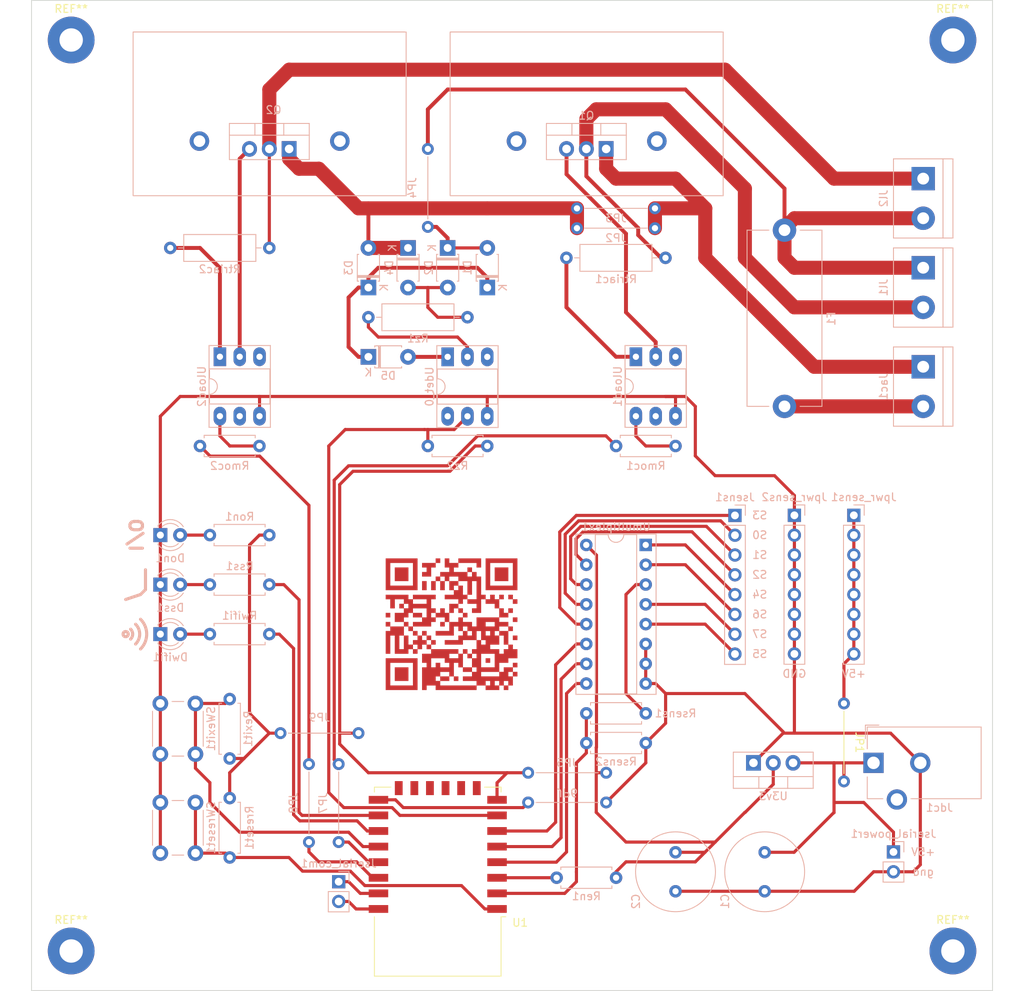
<source format=kicad_pcb>
(kicad_pcb (version 20211014) (generator pcbnew)
  (title_block (title "Controle do Forno") (date "2022-06-27") (rev "0") (company "LITel UFJF") (comment 1 "https://github.com/Guilherme32/controle-forno-LITel") (comment 2 "Mais informações no Github"))
  (layers (0 "F.Cu" signal) (31 "B.Cu" signal) (34 "B.Paste" user) (35 "F.Paste" user) (36 "B.SilkS" user "B.Silkscreen") (37 "F.SilkS" user "F.Silkscreen") (38 "B.Mask" user) (39 "F.Mask" user) (44 "Edge.Cuts" user))
  (net 0 "")
  (net 1 "+5V")
  (net 2 "GND")
  (net 3 "+3V3")
  (net 4 "Net-(D1-Pad1)")
  (net 5 "/AC1")
  (net 6 "Net-(D2-Pad2)")
  (net 7 "/AC2")
  (net 8 "Net-(D5-Pad2)")
  (net 9 "Net-(Dss1-Pad2)")
  (net 10 "Net-(F1-Pad1)")
  (net 12 "Net-(Jl1-Pad2)")
  (net 13 "/Serial_rx")
  (net 14 "/Serial_tx")
  (net 15 "Net-(Q1-Pad3)")
  (net 16 "Net-(Q2-Pad3)")
  (net 17 "/Enable")
  (net 18 "/exit_intr")
  (net 19 "Net-(Rmoc1-Pad1)")
  (net 20 "/drive_load_1")
  (net 21 "Net-(Rmoc2-Pad1)")
  (net 22 "/drive_load_2")
  (net 23 "/reset")
  (net 24 "Net-(Rsens1-Pad1)")
  (net 25 "/multiplex_out")
  (net 26 "/steady_state")
  (net 27 "Net-(Rtriac1-Pad1)")
  (net 28 "Net-(Rtriac2-Pad1)")
  (net 29 "Net-(Dwifi1-Pad2)")
  (net 30 "/det_0_intr")
  (net 31 "/multiplex_A")
  (net 32 "/multiplex_B")
  (net 33 "/multiplex_C")
  (net 40 "/wifi_status")
  (net 47 "Net-(Rz1-Pad1)")
  (net 48 "/S2")
  (net 49 "/S1")
  (net 50 "/S0")
  (net 51 "/S3")
  (net 52 "/S4")
  (net 53 "/S6")
  (net 54 "/S7")
  (net 55 "/S5")
  (net 56 "Net-(Jl2-Pad1)")
  (net 57 "/AC2'")
  (net 58 "Net-(Don1-Pad2)")
  (net 59 "Net-(JP7-Pad1)")
  (net 60 "Net-(JP8-Pad1)")
  (net 61 "/3v3'1")
  (net 62 "/AC1'")
  (net 63 "/5v'")
  (net 64 "/gnd'")
  (net 65 "/3v3'2")
  (footprint "MountingHole:MountingHole_3mm_Pad" (layer "F.Cu") (at 201.93 149.86)
    (fp_text reference "REF**")
    (fp_text value "MountingHole_3mm_Pad")
  )
  (footprint "MountingHole:MountingHole_3mm_Pad" (layer "F.Cu") (at 88.9 149.86)
    (fp_text reference "REF**")
    (fp_text value "MountingHole_3mm_Pad")
  )
  (footprint "MountingHole:MountingHole_3mm_Pad" (layer "F.Cu") (at 201.93 33.02)
    (fp_text reference "REF**")
    (fp_text value "MountingHole_3mm_Pad")
  )
  (footprint "Jumper:jumper_10mm" (layer "F.Cu") (at 187.96 118.11 -90)
    (fp_text reference "JP1")
    (fp_text value "Jumper_2_Bridged")
  )
  (footprint "RF_Module:ESP-12E" (layer "F.Cu") (at 135.89 140.97 180)
    (fp_text reference "U1")
    (fp_text value "ESP-12E")
  )
  (footprint "MountingHole:MountingHole_3mm_Pad" (layer "F.Cu") (at 88.9 33.02)
    (fp_text reference "REF**")
    (fp_text value "MountingHole_3mm_Pad")
  )
  (footprint "Resistor_THT:R_Axial_DIN0207_L6.3mm_D2.5mm_P7.62mm_Horizontal" (layer "B.Cu") (at 109.22 130.25 -90)
    (fp_text reference "Rreset1")
    (fp_text value "10K")
  )
  (footprint "LED_THT:LED_D3.0mm" (layer "B.Cu") (at 100.33 96.52)
    (fp_text reference "Don1")
    (fp_text value "LED")
  )
  (footprint "Button_Switch_THT:SW_PUSH_6mm" (layer "B.Cu") (at 104.83 124.61 90)
    (fp_text reference "SWexit1")
    (fp_text value "SW_Push")
  )
  (footprint "Jumper:jumper_10mm" (layer "B.Cu") (at 147.48 130.81)
    (fp_text reference "JP6")
    (fp_text value "Jumper_2_Bridged")
  )
  (footprint "Diode_THT:D_T-1_P5.08mm_Horizontal" (layer "B.Cu") (at 137.16 59.69 -90)
    (fp_text reference "D2")
    (fp_text value "UF5408")
  )
  (footprint "Jumper:jumper_10mm" (layer "B.Cu") (at 163.735 54.61 180)
    (fp_text reference "JP3")
    (fp_text value "Jumper_2_Bridged")
  )
  (footprint "Connector_PinHeader_2.54mm:PinHeader_1x02_P2.54mm_Vertical" (layer "B.Cu") (at 194.31 137.16 180)
    (fp_text reference "Jserial_power1")
    (fp_text value "Conn_01x02_Male")
  )
  (footprint "Resistor_THT:R_Axial_DIN0207_L6.3mm_D2.5mm_P7.62mm_Horizontal" (layer "B.Cu") (at 142.24 85.09 180)
    (fp_text reference "Rz2")
    (fp_text value "33K")
  )
  (footprint "Connector_PinHeader_2.54mm:PinHeader_1x08_P2.54mm_Vertical" (layer "B.Cu") (at 181.61 93.98 180)
    (fp_text reference "Jpwr_sens2")
    (fp_text value "Conn_01x08_Male")
  )
  (footprint "Package_TO_SOT_THT:TO-220-3_Vertical" (layer "B.Cu") (at 176.36 125.73)
    (fp_text reference "U3v3")
    (fp_text value "LM1117-3.3")
  )
  (footprint "Button_Switch_THT:SW_PUSH_6mm" (layer "B.Cu") (at 104.83 137.31 90)
    (fp_text reference "SWreset1")
    (fp_text value "SW_Push")
  )
  (footprint "Resistor_THT:R_Axial_DIN0309_L9.0mm_D3.2mm_P12.70mm_Horizontal" (layer "B.Cu") (at 101.6 59.69)
    (fp_text reference "Rtriac2")
    (fp_text value "180")
  )
  (footprint "TerminalBlock:TerminalBlock_bornier-2_P5.08mm" (layer "B.Cu") (at 198.12 62.23 -90)
    (fp_text reference "Jl1")
    (fp_text value "Screw_Terminal_01x02")
  )
  (footprint "Jumper:jumper_10mm" (layer "B.Cu") (at 134.62 46.99 -90)
    (fp_text reference "JP4")
    (fp_text value "Jumper_2_Bridged")
  )
  (footprint "TerminalBlock:TerminalBlock_bornier-2_P5.08mm" (layer "B.Cu") (at 198.12 74.93 -90)
    (fp_text reference "Jac1")
    (fp_text value "Screw_Terminal_01x02")
  )
  (footprint "Resistor_THT:R_Axial_DIN0207_L6.3mm_D2.5mm_P7.62mm_Horizontal" (layer "B.Cu") (at 114.3 96.52 180)
    (fp_text reference "Ron1")
    (fp_text value "260")
  )
  (footprint "Resistor_THT:R_Axial_DIN0207_L6.3mm_D2.5mm_P7.62mm_Horizontal" (layer "B.Cu") (at 151.13 140.462)
    (fp_text reference "Ren1")
    (fp_text value "10K")
  )
  (footprint "Jumper:jumper_10mm" (layer "B.Cu") (at 163.735 57.15 180)
    (fp_text reference "JP2")
    (fp_text value "Jumper_2_Bridged")
  )
  (footprint "Package_DIP:DIP-6_W7.62mm_Socket_LongPads" (layer "B.Cu") (at 161.29 73.645 -90)
    (fp_text reference "Uload1")
    (fp_text value "MOC3023M")
  )
  (footprint "Diode_THT:D_T-1_P5.08mm_Horizontal" (layer "B.Cu") (at 132.08 59.69 -90)
    (fp_text reference "D4")
    (fp_text value "UF5408")
  )
  (footprint "Jumper:jumper_10mm" (layer "B.Cu") (at 123.19 125.89 -90)
    (fp_text reference "JP7")
    (fp_text value "Jumper_2_Bridged")
  )
  (footprint "Resistor_THT:R_Axial_DIN0207_L6.3mm_D2.5mm_P7.62mm_Horizontal" (layer "B.Cu") (at 166.37 85.09 180)
    (fp_text reference "Rmoc1")
    (fp_text value "240")
  )
  (footprint "Resistor_THT:R_Axial_DIN0309_L9.0mm_D3.2mm_P12.70mm_Horizontal" (layer "B.Cu") (at 152.385 60.96)
    (fp_text reference "Rtriac1")
    (fp_text value "180")
  )
  (footprint "Resistor_THT:R_Axial_DIN0207_L6.3mm_D2.5mm_P7.62mm_Horizontal" (layer "B.Cu") (at 154.94 123.19)
    (fp_text reference "Rsens2")
    (fp_text value "10K")
  )
  (footprint "LED_THT:LED_D3.0mm" (layer "B.Cu") (at 100.33 109.22)
    (fp_text reference "Dwifi1")
    (fp_text value "LED")
  )
  (footprint "Resistor_THT:R_Axial_DIN0309_L9.0mm_D3.2mm_P12.70mm_Horizontal" (layer "B.Cu") (at 127 68.58)
    (fp_text reference "Rz1")
    (fp_text value "33k")
  )
  (footprint "TerminalBlock:TerminalBlock_bornier-2_P5.08mm" (layer "B.Cu") (at 198.12 50.8 -90)
    (fp_text reference "Jl2")
    (fp_text value "Screw_Terminal_01x02")
  )
  (footprint "Jumper:jumper_10mm" (layer "B.Cu") (at 125.73 121.92 180)
    (fp_text reference "JP9")
    (fp_text value "Jumper_2_Bridged")
  )
  (footprint "Diode_THT:D_T-1_P5.08mm_Horizontal" (layer "B.Cu") (at 127 64.77 90)
    (fp_text reference "D3")
    (fp_text value "UF5408")
  )
  (footprint "Package_DIP:DIP-6_W7.62mm_Socket_LongPads" (layer "B.Cu") (at 107.965 73.645 -90)
    (fp_text reference "Uload2")
    (fp_text value "MOC3023M")
  )
  (footprint "Connector_PinHeader_2.54mm:PinHeader_1x08_P2.54mm_Vertical" (layer "B.Cu") (at 189.23 93.98 180)
    (fp_text reference "Jpwr_sens1")
    (fp_text value "Conn_01x08_Male")
  )
  (footprint "Capacitor_THT:C_Radial_D10.0mm_H16.0mm_P5.00mm" (layer "B.Cu") (at 177.8 137.2 -90)
    (fp_text reference "C1")
    (fp_text value "1m")
  )
  (footprint "Resistor_THT:R_Axial_DIN0207_L6.3mm_D2.5mm_P7.62mm_Horizontal" (layer "B.Cu") (at 114.3 109.22 180)
    (fp_text reference "Rwifi1")
    (fp_text value "260")
  )
  (footprint "Connector_PinHeader_2.54mm:PinHeader_1x02_P2.54mm_Vertical" (layer "B.Cu") (at 123.19 140.97 180)
    (fp_text reference "Jserial_com1")
    (fp_text value "Conn_01x02_Male")
  )
  (footprint "Package_DIP:DIP-16_W7.62mm_Socket" (layer "B.Cu") (at 162.55 97.78 180)
    (fp_text reference "Umultiplex1")
    (fp_text value "CD4051B")
  )
  (footprint "Connector_BarrelJack:BarrelJack_CUI_PJ-102AH_Horizontal" (layer "B.Cu") (at 191.75 125.73 -90)
    (fp_text reference "Jdc1")
    (fp_text value "Barrel_Jack_Switch")
  )
  (footprint "Capacitor_THT:C_Radial_D10.0mm_H16.0mm_P5.00mm" (layer "B.Cu") (at 166.37 137.2 -90)
    (fp_text reference "C2")
    (fp_text value "1m")
  )
  (footprint "Resistor_THT:R_Axial_DIN0207_L6.3mm_D2.5mm_P7.62mm_Horizontal" (layer "B.Cu") (at 114.3 102.87 180)
    (fp_text reference "Rss1")
    (fp_text value "260")
  )
  (footprint "Package_TO_SOT_THT:TO-220-3_Vertical" (layer "B.Cu") (at 157.48 46.99 180)
    (fp_text reference "Q1")
    (fp_text value "BTA16-600B")
  )
  (footprint "Package_DIP:DIP-6_W7.62mm_Socket_LongPads" (layer "B.Cu") (at 137.16 73.66 -90)
    (fp_text reference "Udet_0")
    (fp_text value "4N25")
  )
  (footprint "Resistor_THT:R_Axial_DIN0207_L6.3mm_D2.5mm_P7.62mm_Horizontal" (layer "B.Cu") (at 109.22 125.17 90)
    (fp_text reference "Rexit1")
    (fp_text value "10K")
  )
  (footprint "Connector_PinHeader_2.54mm:PinHeader_1x08_P2.54mm_Vertical" (layer "B.Cu") (at 173.99 93.995 180)
    (fp_text reference "Jsens1")
    (fp_text value "Conn_01x08_Male")
  )
  (footprint "Jumper:jumper_10mm" (layer "B.Cu") (at 157.48 127 180)
    (fp_text reference "JP5")
    (fp_text value "Jumper_2_Bridged")
  )
  (footprint "Package_TO_SOT_THT:TO-220-3_Vertical" (layer "B.Cu") (at 116.84 46.99 180)
    (fp_text reference "Q2")
    (fp_text value "BTA16-600B")
  )
  (footprint "LED_THT:LED_D3.0mm" (layer "B.Cu") (at 100.33 102.87)
    (fp_text reference "Dss1")
    (fp_text value "LED")
  )
  (footprint "Resistor_THT:R_Axial_DIN0207_L6.3mm_D2.5mm_P7.62mm_Horizontal" (layer "B.Cu") (at 113.03 85.09 180)
    (fp_text reference "Rmoc2")
    (fp_text value "240")
  )
  (footprint "Fuse:Fuseholder_Cylinder-5x20mm_Stelvio-Kontek_PTF78_Horizontal_Open" (layer "B.Cu") (at 180.34 80.01 90)
    (fp_text reference "F1")
    (fp_text value "Fuse")
  )
  (footprint "Jumper:jumper_10mm" (layer "B.Cu") (at 119.38 125.89 -90)
    (fp_text reference "JP8")
    (fp_text value "Jumper_2_Bridged")
  )
  (footprint "Diode_THT:D_T-1_P5.08mm_Horizontal" (layer "B.Cu") (at 142.24 64.77 90)
    (fp_text reference "D1")
    (fp_text value "UF5408")
  )
  (footprint "Resistor_THT:R_Axial_DIN0207_L6.3mm_D2.5mm_P7.62mm_Horizontal" (layer "B.Cu") (at 162.56 119.38 180)
    (fp_text reference "Rsens1")
    (fp_text value "10K")
  )
  (footprint "Diode_THT:D_T-1_P5.08mm_Horizontal" (layer "B.Cu") (at 127 73.66)
    (fp_text reference "D5")
    (fp_text value "7.5V")
  )
  (gr_poly (pts (xy 146.102917 114.64396) (xy 145.520834 114.64396) (xy 145.520834 114.061876) (xy 146.102917 114.061876)) (layer "F.Cu") (width 0.01) (fill solid))
  (gr_poly (pts (xy 135.043334 111.151459) (xy 134.46125 111.151459) (xy 134.46125 110.569375) (xy 135.043334 110.569375)) (layer "F.Cu") (width 0.01) (fill solid))
  (gr_poly (pts (xy 139.117917 106.494793) (xy 138.535834 106.494793) (xy 138.535834 105.912709) (xy 139.117917 105.912709)) (layer "F.Cu") (width 0.01) (fill solid))
  (gr_poly (pts (xy 135.625417 103.584376) (xy 135.043334 103.584376) (xy 135.043334 102.420209) (xy 135.625417 102.420209)) (layer "F.Cu") (width 0.01) (fill solid))
  (gr_poly (pts (xy 144.356668 104.748542) (xy 143.774584 104.748542) (xy 143.774584 104.166459) (xy 144.356668 104.166459)) (layer "F.Cu") (width 0.01) (fill solid))
  (gr_poly (pts (xy 139.7 107.076876) (xy 139.117917 107.076876) (xy 139.117917 106.494793) (xy 139.7 106.494793)) (layer "F.Cu") (width 0.01) (fill solid))
  (gr_poly (pts (xy 145.520834 104.748542) (xy 144.938751 104.748542) (xy 144.938751 104.166459) (xy 145.520834 104.166459)) (layer "F.Cu") (width 0.01) (fill solid))
  (gr_poly (pts (xy 132.132917 104.748542) (xy 132.715 104.748542) (xy 132.715 104.166459) (xy 135.625417 104.166459) (xy 135.625417 104.748542) (xy 135.043334 104.748542) (xy 135.043334 105.912709) (xy 135.625417 105.912709) (xy 135.625417 106.494793) (xy 136.207501 106.494793) (xy 136.207501 105.912709) (xy 136.789584 105.912709) (xy 136.789584 106.494793) (xy 137.371667 106.494793) (xy 137.371667 107.658959) (xy 136.789584 107.658959) (xy 136.789584 107.076876) (xy 135.625417 107.076876) (xy 135.625417 107.658959) (xy 135.043334 107.658959) (xy 135.043334 108.241042) (xy 132.715 108.241042) (xy 132.715 107.658959) (xy 133.879167 107.658959) (xy 133.879167 107.076876) (xy 134.46125 107.076876) (xy 135.043334 107.076876) (xy 135.625417 107.076876) (xy 135.625417 106.494793) (xy 135.043334 106.494793) (xy 135.043334 107.076876) (xy 134.46125 107.076876) (xy 134.46125 105.912709) (xy 132.715 105.912709) (xy 132.715 106.494793) (xy 132.132917 106.494793) (xy 132.132917 107.076876) (xy 131.550834 107.076876) (xy 131.550834 107.658959) (xy 130.386667 107.658959) (xy 130.386667 106.494793) (xy 131.550834 106.494793) (xy 131.550834 105.912709) (xy 132.132917 105.912709) (xy 132.132917 105.330626) (xy 132.715 105.330626) (xy 134.46125 105.330626) (xy 134.46125 104.748542) (xy 132.715 104.748542) (xy 132.715 105.330626) (xy 132.132917 105.330626) (xy 131.550834 105.330626) (xy 131.550834 105.912709) (xy 130.96875 105.912709) (xy 130.96875 105.330626) (xy 131.550834 105.330626) (xy 131.550834 104.748542) (xy 130.386667 104.748542) (xy 130.386667 105.912709) (xy 129.804584 105.912709) (xy 129.804584 104.748542) (xy 129.2225 104.748542) (xy 129.2225 104.166459) (xy 132.132917 104.166459)) (layer "F.Cu") (width 0.01) (fill solid))
  (gr_poly (pts (xy 133.879167 107.076876) (xy 132.715 107.076876) (xy 132.715 106.494793) (xy 133.879167 106.494793)) (layer "F.Cu") (width 0.01) (fill solid))
  (gr_poly (pts (xy 132.132917 108.241042) (xy 131.550834 108.241042) (xy 131.550834 107.658959) (xy 132.132917 107.658959)) (layer "F.Cu") (width 0.01) (fill solid))
  (gr_poly (pts (xy 135.043334 109.987292) (xy 134.46125 109.987292) (xy 134.46125 109.405209) (xy 135.043334 109.405209)) (layer "F.Cu") (width 0.01) (fill solid))
  (gr_poly (pts (xy 135.625417 100.673959) (xy 135.043334 100.673959) (xy 135.043334 101.838126) (xy 133.879167 101.838126) (xy 133.879167 101.256042) (xy 134.46125 101.256042) (xy 134.46125 100.673959) (xy 133.879167 100.673959) (xy 133.879167 100.091876) (xy 135.625417 100.091876)) (layer "F.Cu") (width 0.01) (fill solid))
  (gr_poly (pts (xy 138.535834 105.912709) (xy 137.95375 105.912709) (xy 137.95375 106.494793) (xy 137.371667 106.494793) (xy 137.371667 105.330626) (xy 138.535834 105.330626)) (layer "F.Cu") (width 0.01) (fill solid))
  (gr_poly (pts (xy 137.371667 103.584376) (xy 137.371667 102.420209) (xy 138.535834 102.420209) (xy 138.535834 101.838126) (xy 139.7 101.838126) (xy 140.282083 101.838126) (xy 140.282083 101.256042) (xy 139.7 101.256042) (xy 139.7 101.838126) (xy 138.535834 101.838126) (xy 137.371667 101.838126) (xy 137.371667 102.420209) (xy 136.789584 102.420209) (xy 136.789584 103.584376) (xy 136.207501 103.584376) (xy 136.207501 102.420209) (xy 136.789584 102.420209) (xy 136.789584 101.838126) (xy 136.207501 101.838126) (xy 136.207501 102.420209) (xy 135.625417 102.420209) (xy 135.625417 101.838126) (xy 136.207501 101.838126) (xy 136.207501 101.256042) (xy 137.371667 101.256042) (xy 137.371667 100.673959) (xy 136.789584 100.673959) (xy 136.789584 99.509792) (xy 137.371667 99.509792) (xy 137.371667 100.091876) (xy 138.535834 100.091876) (xy 138.535834 100.673959) (xy 137.95375 100.673959) (xy 137.95375 101.256042) (xy 139.7 101.256042) (xy 139.7 100.673959) (xy 140.282083 100.673959) (xy 140.282083 101.256042) (xy 140.864167 101.256042) (xy 140.864167 101.838126) (xy 141.44625 101.838126) (xy 141.44625 104.166459) (xy 142.028334 104.166459) (xy 142.028334 104.748542) (xy 141.44625 104.748542) (xy 141.44625 106.494793) (xy 140.282083 106.494793) (xy 140.282083 105.912709) (xy 140.864167 105.912709) (xy 140.864167 105.330626) (xy 139.7 105.330626) (xy 139.7 104.748542) (xy 140.864167 104.748542) (xy 140.864167 102.420209) (xy 140.282083 102.420209) (xy 140.282083 104.166459) (xy 139.7 104.166459) (xy 139.7 102.420209) (xy 138.535834 102.420209) (xy 138.535834 103.002292) (xy 137.95375 103.002292) (xy 137.95375 103.584376)) (layer "F.Cu") (width 0.01) (fill solid))
  (gr_poly (pts (xy 132.715 108.823126) (xy 132.132917 108.823126) (xy 132.132917 108.241042) (xy 132.715 108.241042)) (layer "F.Cu") (width 0.01) (fill solid))
  (gr_poly (pts (xy 145.520834 106.494793) (xy 144.938751 106.494793) (xy 144.938751 105.912709) (xy 145.520834 105.912709)) (layer "F.Cu") (width 0.01) (fill solid))
  (gr_poly (pts (xy 144.938751 102.420209) (xy 143.1925 102.420209) (xy 143.1925 100.673959) (xy 144.938751 100.673959)) (layer "F.Cu") (width 0.01) (fill solid))
  (gr_poly (pts (xy 133.297084 109.405209) (xy 132.715 109.405209) (xy 132.715 108.823126) (xy 133.297084 108.823126)) (layer "F.Cu") (width 0.01) (fill solid))
  (gr_poly (pts (xy 144.938751 110.569375) (xy 144.356668 110.569375) (xy 144.356668 109.405209) (xy 143.774584 109.405209) (xy 143.774584 108.823126) (xy 144.938751 108.823126)) (layer "F.Cu") (width 0.01) (fill solid))
  (gr_poly (pts (xy 129.804584 107.076876) (xy 129.2225 107.076876) (xy 129.2225 106.494793) (xy 129.804584 106.494793)) (layer "F.Cu") (width 0.01) (fill solid))
  (gr_poly (pts (xy 146.102917 103.584376) (xy 142.028334 103.584376) (xy 142.028334 103.002292) (xy 142.610417 103.002292) (xy 145.520834 103.002292) (xy 145.520834 100.091876) (xy 142.610417 100.091876) (xy 142.610417 103.002292) (xy 142.028334 103.002292) (xy 142.028334 99.509792) (xy 146.102917 99.509792)) (layer "F.Cu") (width 0.01) (fill solid))
  (gr_poly (pts (xy 146.102917 105.330626) (xy 145.520834 105.330626) (xy 145.520834 104.748542) (xy 146.102917 104.748542)) (layer "F.Cu") (width 0.01) (fill solid))
  (gr_poly (pts (xy 146.102917 113.479792) (xy 145.520834 113.479792) (xy 145.520834 112.897709) (xy 146.102917 112.897709)) (layer "F.Cu") (width 0.01) (fill solid))
  (gr_poly (pts (xy 141.44625 100.673959) (xy 140.864167 100.673959) (xy 140.864167 100.091876) (xy 138.535834 100.091876) (xy 138.535834 99.509792) (xy 141.44625 99.509792)) (layer "F.Cu") (width 0.01) (fill solid))
  (gr_poly (pts (xy 143.1925 104.748542) (xy 143.774584 104.748542) (xy 143.774584 105.912709) (xy 143.1925 105.912709) (xy 143.1925 105.330626) (xy 142.028334 105.330626) (xy 142.028334 104.748542) (xy 142.610417 104.748542) (xy 142.610417 104.166459) (xy 143.1925 104.166459)) (layer "F.Cu") (width 0.01) (fill solid))
  (gr_poly (pts (xy 139.117917 107.658959) (xy 140.282083 107.658959) (xy 140.282083 108.241042) (xy 140.864167 108.241042) (xy 142.028334 108.241042) (xy 143.1925 108.241042) (xy 143.1925 107.658959) (xy 142.028334 107.658959) (xy 142.028334 108.241042) (xy 140.864167 108.241042) (xy 140.864167 107.076876) (xy 143.774584 107.076876) (xy 143.774584 107.658959) (xy 144.938751 107.658959) (xy 144.938751 108.241042) (xy 143.774584 108.241042) (xy 143.774584 108.823126) (xy 143.1925 108.823126) (xy 143.1925 109.405209) (xy 143.774584 109.405209) (xy 143.774584 110.569375) (xy 142.610417 110.569375) (xy 142.610417 111.151459) (xy 143.774584 111.151459) (xy 143.774584 111.733542) (xy 144.356668 111.733542) (xy 144.356668 111.151459) (xy 144.938751 111.151459) (xy 144.938751 110.569375) (xy 145.520834 110.569375) (xy 145.520834 111.151459) (xy 146.102917 111.151459) (xy 146.102917 112.315626) (xy 144.938751 112.315626) (xy 144.938751 112.897709) (xy 143.774584 112.897709) (xy 143.774584 114.061876) (xy 144.356668 114.061876) (xy 144.356668 113.479792) (xy 145.520834 113.479792) (xy 145.520834 114.061876) (xy 144.938751 114.061876) (xy 144.938751 114.64396) (xy 145.520834 114.64396) (xy 145.520834 115.808126) (xy 144.938751 115.808126) (xy 144.938751 116.390209) (xy 144.356668 116.390209) (xy 144.356668 115.808126) (xy 144.938751 115.808126) (xy 144.938751 115.226043) (xy 144.356668 115.226043) (xy 144.356668 115.808126) (xy 143.774584 115.808126) (xy 143.774584 116.390209) (xy 142.028334 116.390209) (xy 142.028334 115.808126) (xy 142.610417 115.808126) (xy 143.1925 115.808126) (xy 143.774584 115.808126) (xy 143.774584 115.226043) (xy 143.1925 115.226043) (xy 143.1925 115.808126) (xy 142.610417 115.808126) (xy 142.610417 115.226043) (xy 142.028334 115.226043) (xy 142.028334 115.808126) (xy 140.864167 115.808126) (xy 140.864167 116.390209) (xy 135.625417 116.390209) (xy 135.625417 115.808126) (xy 134.46125 115.808126) (xy 134.46125 116.390209) (xy 133.879167 116.390209) (xy 133.879167 115.226043) (xy 135.625417 115.226043) (xy 136.207501 115.226043) (xy 136.207501 115.808126) (xy 140.864167 115.808126) (xy 140.864167 115.226043) (xy 139.117917 115.226043) (xy 139.117917 114.64396) (xy 140.282083 114.64396) (xy 141.44625 114.64396) (xy 143.774584 114.64396) (xy 143.774584 114.061876) (xy 141.44625 114.061876) (xy 141.44625 114.64396) (xy 140.282083 114.64396) (xy 140.282083 114.061876) (xy 140.864167 114.061876) (xy 140.864167 113.479792) (xy 141.44625 113.479792) (xy 143.1925 113.479792) (xy 143.1925 111.733542) (xy 141.44625 111.733542) (xy 141.44625 113.479792) (xy 140.864167 113.479792) (xy 140.282083 113.479792) (xy 140.282083 114.061876) (xy 139.117917 114.061876) (xy 139.117917 113.479792) (xy 140.282083 113.479792) (xy 140.282083 112.315626) (xy 140.864167 112.315626) (xy 140.864167 111.733542) (xy 140.282083 111.733542) (xy 140.282083 112.315626) (xy 139.7 112.315626) (xy 139.7 111.733542) (xy 139.117917 111.733542) (xy 139.117917 113.479792) (xy 138.535834 113.479792) (xy 138.535834 112.897709) (xy 137.95375 112.897709) (xy 137.95375 114.64396) (xy 137.371667 114.64396) (xy 137.371667 114.061876) (xy 136.207501 114.061876) (xy 136.207501 114.64396) (xy 135.625417 114.64396) (xy 135.625417 115.226043) (xy 133.879167 115.226043) (xy 133.879167 113.479792) (xy 134.46125 113.479792) (xy 135.043334 113.479792) (xy 135.625417 113.479792) (xy 135.625417 112.897709) (xy 136.207501 112.897709) (xy 136.207501 113.479792) (xy 137.371667 113.479792) (xy 137.371667 112.897709) (xy 136.789584 112.897709) (xy 136.789584 112.315626) (xy 137.371667 112.315626) (xy 138.535834 112.315626) (xy 138.535834 111.733542) (xy 137.371667 111.733542) (xy 137.371667 112.315626) (xy 136.789584 112.315626) (xy 135.043334 112.315626) (xy 135.043334 113.479792) (xy 134.46125 113.479792) (xy 134.46125 112.897709) (xy 133.879167 112.897709) (xy 133.879167 111.733542) (xy 135.043334 111.733542) (xy 135.043334 111.151459) (xy 138.535834 111.151459) (xy 138.535834 111.733542) (xy 139.117917 111.733542) (xy 139.117917 111.151459) (xy 139.7 111.151459) (xy 139.7 111.733542) (xy 140.282083 111.733542) (xy 140.282083 111.151459) (xy 140.864167 111.151459) (xy 140.864167 110.569375) (xy 141.44625 110.569375) (xy 142.028334 110.569375) (xy 142.028334 109.987292) (xy 141.44625 109.987292) (xy 141.44625 110.569375) (xy 140.864167 110.569375) (xy 140.864167 109.987292) (xy 141.44625 109.987292) (xy 141.44625 109.405209) (xy 142.028334 109.405209) (xy 142.610417 109.405209) (xy 142.610417 108.823126) (xy 142.028334 108.823126) (xy 142.028334 109.405209) (xy 141.44625 109.405209) (xy 141.44625 108.823126) (xy 140.864167 108.823126) (xy 140.864167 109.987292) (xy 139.117917 109.987292) (xy 139.117917 110.569375) (xy 136.789584 110.569375) (xy 136.789584 109.987292) (xy 138.535834 109.987292) (xy 138.535834 109.405209) (xy 139.117917 109.405209) (xy 139.7 109.405209) (xy 140.282083 109.405209) (xy 140.282083 108.823126) (xy 139.7 108.823126) (xy 139.7 109.405209) (xy 139.117917 109.405209) (xy 139.117917 108.823126) (xy 139.7 108.823126) (xy 139.7 108.241042) (xy 139.117917 108.241042) (xy 139.117917 108.823126) (xy 138.535834 108.823126) (xy 138.535834 108.241042) (xy 137.95375 108.241042) (xy 137.95375 109.405209) (xy 135.625417 109.405209) (xy 135.625417 108.823126) (xy 137.371667 108.823126) (xy 137.371667 107.658959) (xy 138.535834 107.658959) (xy 138.535834 107.076876) (xy 139.117917 107.076876)) (layer "F.Cu") (width 0.01) (fill solid))
  (gr_poly (pts (xy 146.102917 109.987292) (xy 145.520834 109.987292) (xy 145.520834 109.405209) (xy 146.102917 109.405209)) (layer "F.Cu") (width 0.01) (fill solid))
  (gr_poly (pts (xy 146.102917 107.658959) (xy 145.520834 107.658959) (xy 145.520834 107.076876) (xy 146.102917 107.076876)) (layer "F.Cu") (width 0.01) (fill solid))
  (gr_poly (pts (xy 145.520834 108.823126) (xy 144.938751 108.823126) (xy 144.938751 108.241042) (xy 145.520834 108.241042)) (layer "F.Cu") (width 0.01) (fill solid))
  (gr_poly (pts (xy 133.297084 116.390209) (xy 129.2225 116.390209) (xy 129.2225 115.808126) (xy 129.804584 115.808126) (xy 132.715 115.808126) (xy 132.715 112.897709) (xy 129.804584 112.897709) (xy 129.804584 115.808126) (xy 129.2225 115.808126) (xy 129.2225 112.315626) (xy 133.297084 112.315626)) (layer "F.Cu") (width 0.01) (fill solid))
  (gr_poly (pts (xy 138.535834 103.584376) (xy 138.535834 103.002292) (xy 139.117917 103.002292) (xy 139.117917 104.166459) (xy 139.7 104.166459) (xy 139.7 104.748542) (xy 139.117917 104.748542) (xy 139.117917 105.330626) (xy 138.535834 105.330626) (xy 138.535834 104.748542) (xy 136.789584 104.748542) (xy 136.789584 104.166459) (xy 137.95375 104.166459) (xy 137.95375 103.584376)) (layer "F.Cu") (width 0.01) (fill solid))
  (gr_poly (pts (xy 133.297084 103.584376) (xy 129.2225 103.584376) (xy 129.2225 103.002292) (xy 129.804584 103.002292) (xy 132.715 103.002292) (xy 132.715 100.091876) (xy 129.804584 100.091876) (xy 129.804584 103.002292) (xy 129.2225 103.002292) (xy 129.2225 99.509792) (xy 133.297084 99.509792)) (layer "F.Cu") (width 0.01) (fill solid))
  (gr_poly (pts (xy 137.371667 115.226043) (xy 136.207501 115.226043) (xy 136.207501 114.64396) (xy 137.371667 114.64396)) (layer "F.Cu") (width 0.01) (fill solid))
  (gr_poly (pts (xy 136.789584 108.241042) (xy 136.207501 108.241042) (xy 136.207501 107.658959) (xy 136.789584 107.658959)) (layer "F.Cu") (width 0.01) (fill solid))
  (gr_poly (pts (xy 144.356668 106.494793) (xy 144.938751 106.494793) (xy 144.938751 107.076876) (xy 143.774584 107.076876) (xy 143.774584 105.912709) (xy 144.356668 105.912709)) (layer "F.Cu") (width 0.01) (fill solid))
  (gr_poly (pts (xy 132.132917 115.226043) (xy 130.386667 115.226043) (xy 130.386667 113.479792) (xy 132.132917 113.479792)) (layer "F.Cu") (width 0.01) (fill solid))
  (gr_poly (pts (xy 134.46125 109.405209) (xy 133.879167 109.405209) (xy 133.879167 108.823126) (xy 134.46125 108.823126)) (layer "F.Cu") (width 0.01) (fill solid))
  (gr_poly (pts (xy 135.625417 110.569375) (xy 135.043334 110.569375) (xy 135.043334 109.987292) (xy 135.625417 109.987292)) (layer "F.Cu") (width 0.01) (fill solid))
  (gr_poly (pts (xy 132.132917 102.420209) (xy 130.386667 102.420209) (xy 130.386667 100.673959) (xy 132.132917 100.673959)) (layer "F.Cu") (width 0.01) (fill solid))
  (gr_poly (pts (xy 138.535834 115.226043) (xy 137.95375 115.226043) (xy 137.95375 114.64396) (xy 138.535834 114.64396)) (layer "F.Cu") (width 0.01) (fill solid))
  (gr_poly (pts (xy 129.804584 108.241042) (xy 129.2225 108.241042) (xy 129.2225 107.658959) (xy 129.804584 107.658959)) (layer "F.Cu") (width 0.01) (fill solid))
  (gr_poly (pts (xy 136.207501 100.091876) (xy 135.625417 100.091876) (xy 135.625417 99.509792) (xy 136.207501 99.509792)) (layer "F.Cu") (width 0.01) (fill solid))
  (gr_poly (pts (xy 142.610417 112.897709) (xy 142.028334 112.897709) (xy 142.028334 112.315626) (xy 142.610417 112.315626)) (layer "F.Cu") (width 0.01) (fill solid))
  (gr_poly (pts (xy 134.46125 103.584376) (xy 133.879167 103.584376) (xy 133.879167 102.420209) (xy 134.46125 102.420209)) (layer "F.Cu") (width 0.01) (fill solid))
  (gr_poly (pts (xy 132.132917 109.405209) (xy 132.132917 110.569375) (xy 132.715 110.569375) (xy 132.715 109.987292) (xy 133.297084 109.987292) (xy 133.297084 109.405209) (xy 133.879167 109.405209) (xy 133.879167 109.987292) (xy 134.46125 109.987292) (xy 134.46125 110.569375) (xy 133.879167 110.569375) (xy 133.879167 111.151459) (xy 133.297084 111.151459) (xy 133.297084 111.733542) (xy 132.715 111.733542) (xy 132.715 111.151459) (xy 133.297084 111.151459) (xy 133.297084 110.569375) (xy 132.715 110.569375) (xy 132.715 111.151459) (xy 132.132917 111.151459) (xy 132.132917 111.733542) (xy 130.386667 111.733542) (xy 130.386667 111.151459) (xy 130.96875 111.151459) (xy 131.550834 111.151459) (xy 131.550834 109.405209) (xy 130.96875 109.405209) (xy 130.96875 111.151459) (xy 130.386667 111.151459) (xy 130.386667 109.405209) (xy 129.804584 109.405209) (xy 129.804584 111.733542) (xy 129.2225 111.733542) (xy 129.2225 108.823126) (xy 129.804584 108.823126) (xy 129.804584 108.241042) (xy 131.550834 108.241042) (xy 131.550834 109.405209)) (layer "F.Cu") (width 0.01) (fill solid))
  (gr_arc (start 97.789999 107.315001) (mid 98.579075 109.22) (end 97.789999 111.124999) (layer "B.SilkS") (width 0.4))
  (gr_circle (center 95.885 109.22) (end 96.014515 109.22) (layer "B.SilkS") (width 0.4) (fill none))
  (gr_arc (start 96.52 108.585) (mid 96.783026 109.22) (end 96.52 109.855) (layer "B.SilkS") (width 0.4))
  (gr_line (start 98.425 103.505) (end 97.79 104.14) (layer "B.SilkS") (width 0.4))
  (gr_line (start 98.425 100.965) (end 98.425 103.505) (layer "B.SilkS") (width 0.4))
  (gr_line (start 97.79 104.14) (end 95.885 104.775) (layer "B.SilkS") (width 0.4))
  (gr_arc (start 97.155 107.95) (mid 97.681051 109.22) (end 97.155 110.49) (layer "B.SilkS") (width 0.4))
  (gr_rect (start 207.01 154.94) (end 83.82 27.94) (layer "Edge.Cuts") (width 0.1) (fill none))
  (gr_text "I/O" (at 97.155 96.52 270) (layer "B.SilkS") (effects (font (size 1.6 1.6) (thickness 0.4)) (justify mirror)))
  (gr_text "S3" (at 177.165 93.98) (layer "B.SilkS") (effects (font (size 1 1)) (justify mirror)))
  (gr_text "S2" (at 177.165 101.6) (layer "B.SilkS") (effects (font (size 1 1)) (justify mirror)))
  (gr_text "+5V" (at 198.12 137.16) (layer "B.SilkS") (effects (font (size 1 1)) (justify mirror)))
  (gr_text "+5V" (at 189.23 114.3) (layer "B.SilkS") (effects (font (size 1 1)) (justify mirror)))
  (gr_text "GND" (at 181.61 114.3) (layer "B.SilkS") (effects (font (size 1 1)) (justify mirror)))
  (gr_text "S7" (at 177.165 109.22) (layer "B.SilkS") (effects (font (size 1 1)) (justify mirror)))
  (gr_text "S0\n" (at 177.165 96.52) (layer "B.SilkS") (effects (font (size 1 1)) (justify mirror)))
  (gr_text "gnd" (at 198.12 139.7) (layer "B.SilkS") (effects (font (size 1 1)) (justify mirror)))
  (gr_text "S1" (at 177.165 99.06) (layer "B.SilkS") (effects (font (size 1 1)) (justify mirror)))
  (gr_text "S4" (at 177.165 104.14) (layer "B.SilkS") (effects (font (size 1 1)) (justify mirror)))
  (gr_text "S5" (at 177.165 111.76) (layer "B.SilkS") (effects (font (size 1 1)) (justify mirror)))
  (gr_text "S6" (at 177.165 106.68) (layer "B.SilkS") (effects (font (size 1 1)) (justify mirror)))
  (segment (start 194.31 134.62) (end 190.5 130.81) (width 0.4) (layer "F.Cu") (net 1))
  (segment (start 187.96 128.11) (end 187.96 125.73) (width 0.4) (layer "F.Cu") (net 1))
  (segment (start 181.57 137.2) (end 177.8 137.2) (width 0.4) (layer "F.Cu") (net 1))
  (segment (start 194.31 137.16) (end 194.31 134.62) (width 0.4) (layer "F.Cu") (net 1))
  (segment (start 186.69 130.81) (end 186.69 125.73) (width 0.4) (layer "F.Cu") (net 1))
  (segment (start 186.69 125.73) (end 181.44 125.73) (width 0.4) (layer "F.Cu") (net 1))
  (segment (start 186.69 132.12) (end 186.65 132.12) (width 0.4) (layer "F.Cu") (net 1))
  (segment (start 187.96 125.73) (end 186.69 125.73) (width 0.4) (layer "F.Cu") (net 1))
  (segment (start 186.65 132.12) (end 181.57 137.2) (width 0.4) (layer "F.Cu") (net 1))
  (segment (start 190.5 130.81) (end 186.69 130.81) (width 0.4) (layer "F.Cu") (net 1))
  (segment (start 191.75 125.73) (end 187.96 125.73) (width 0.4) (layer "F.Cu") (net 1))
  (segment (start 186.69 130.81) (end 186.69 132.12) (width 0.4) (layer "F.Cu") (net 1))
  (segment (start 193.94 121.92) (end 180.17 121.92) (width 0.4) (layer "F.Cu") (net 2))
  (segment (start 165.1 116.84) (end 163.82 115.56) (width 0.4) (layer "F.Cu") (net 2))
  (segment (start 162.56 123.19) (end 162.56 125.73) (width 0.4) (layer "F.Cu") (net 2))
  (segment (start 100.33 96.52) (end 100.33 102.87) (width 0.4) (layer "F.Cu") (net 2))
  (segment (start 181.61 93.98) (end 181.61 91.44) (width 0.4) (layer "F.Cu") (net 2))
  (segment (start 113.045 78.755) (end 113.03 78.74) (width 0.4) (layer "F.Cu") (net 2))
  (segment (start 181.61 104.14) (end 181.61 101.6) (width 0.4) (layer "F.Cu") (net 2))
  (segment (start 179.07 88.9) (end 171.45 88.9) (width 0.4) (layer "F.Cu") (net 2))
  (segment (start 181.61 101.6) (end 181.61 99.06) (width 0.4) (layer "F.Cu") (net 2))
  (segment (start 163.82 115.56) (end 162.55 115.56) (width 0.4) (layer "F.Cu") (net 2))
  (segment (start 177.8 142.2) (end 166.37 142.2) (width 0.4) (layer "F.Cu") (net 2))
  (segment (start 100.33 137.31) (end 100.33 130.81) (width 0.4) (layer "F.Cu") (net 2))
  (segment (start 181.61 106.68) (end 181.61 104.14) (width 0.4) (layer "F.Cu") (net 2))
  (segment (start 181.61 111.76) (end 181.61 121.92) (width 0.4) (layer "F.Cu") (net 2))
  (segment (start 171.45 88.9) (end 168.91 86.36) (width 0.4) (layer "F.Cu") (net 2))
  (segment (start 100.33 130.81) (end 100.33 124.61) (width 0.4) (layer "F.Cu") (net 2))
  (segment (start 165.1 120.65) (end 165.1 116.84) (width 0.4) (layer "F.Cu") (net 2))
  (segment (start 162.55 115.56) (end 162.55 113.02) (width 0.4) (layer "F.Cu") (net 2))
  (segment (start 165.1 78.74) (end 166.37 78.74) (width 0.4) (layer "F.Cu") (net 2))
  (segment (start 162.56 125.73) (end 157.48 130.81) (width 0.4) (layer "F.Cu") (net 2))
  (segment (start 175.26 116.84) (end 165.1 116.84) (width 0.4) (layer "F.Cu") (net 2))
  (segment (start 168.91 86.36) (end 168.91 80.01) (width 0.4) (layer "F.Cu") (net 2))
  (segment (start 100.33 81.28) (end 100.33 96.52) (width 0.4) (layer "F.Cu") (net 2))
  (segment (start 162.55 113.02) (end 162.55 110.48) (width 0.4) (layer "F.Cu") (net 2))
  (segment (start 100.33 118.11) (end 100.33 109.22) (width 0.4) (layer "F.Cu") (net 2))
  (segment (start 162.56 123.19) (end 165.1 120.65) (width 0.4) (layer "F.Cu") (net 2))
  (segment (start 166.37 78.74) (end 166.37 81.265) (width 0.4) (layer "F.Cu") (net 2))
  (segment (start 197.75 125.73) (end 197.75 138.8) (width 0.4) (layer "F.Cu") (net 2))
  (segment (start 189.27 142.2) (end 191.77 139.7) (width 0.4) (layer "F.Cu") (net 2))
  (segment (start 100.33 124.61) (end 100.33 118.11) (width 0.4) (layer "F.Cu") (net 2))
  (segment (start 181.61 109.22) (end 181.61 106.68) (width 0.4) (layer "F.Cu") (net 2))
  (segment (start 181.61 91.44) (end 179.07 88.9) (width 0.4) (layer "F.Cu") (net 2))
  (segment (start 191.77 139.7) (end 194.31 139.7) (width 0.4) (layer "F.Cu") (net 2))
  (segment (start 189.27 142.2) (end 177.8 142.2) (width 0.4) (layer "F.Cu") (net 2))
  (segment (start 100.33 81.28) (end 102.87 78.74) (width 0.4) (layer "F.Cu") (net 2))
  (segment (start 168.91 80.01) (end 167.64 78.74) (width 0.4) (layer "F.Cu") (net 2))
  (segment (start 197.75 125.73) (end 193.94 121.92) (width 0.4) (layer "F.Cu") (net 2))
  (segment (start 196.85 139.7) (end 194.31 139.7) (width 0.4) (layer "F.Cu") (net 2))
  (segment (start 167.64 78.74) (end 165.1 78.74) (width 0.4) (layer "F.Cu") (net 2))
  (segment (start 181.61 99.06) (end 181.61 96.52) (width 0.4) (layer "F.Cu") (net 2))
  (segment (start 180.17 121.92) (end 180.17 121.75) (width 0.4) (layer "F.Cu") (net 2))
  (segment (start 113.045 81.265) (end 113.045 78.755) (width 0.4) (layer "F.Cu") (net 2))
  (segment (start 181.61 96.52) (end 181.61 93.98) (width 0.4) (layer "F.Cu") (net 2))
  (segment (start 102.87 78.74) (end 165.1 78.74) (width 0.4) (layer "F.Cu") (net 2))
  (segment (start 142.24 81.28) (end 142.24 78.74) (width 0.4) (layer "F.Cu") (net 2))
  (segment (start 197.75 138.8) (end 196.85 139.7) (width 0.4) (layer "F.Cu") (net 2))
  (segment (start 180.17 121.75) (end 175.26 116.84) (width 0.4) (layer "F.Cu") (net 2))
  (segment (start 180.17 121.92) (end 176.36 125.73) (width 0.4) (layer "F.Cu") (net 2))
  (segment (start 181.61 111.76) (end 181.61 109.22) (width 0.4) (layer "F.Cu") (net 2))
  (segment (start 100.33 102.87) (end 100.33 109.22) (width 0.4) (layer "F.Cu") (net 2))
  (segment (start 178.9 125.73) (end 178.9 128.48) (width 0.4) (layer "F.Cu") (net 3))
  (segment (start 157.48 133.35) (end 160.02 135.89) (width 0.4) (layer "F.Cu") (net 3))
  (segment (start 156.21 123.757787) (end 156.21 132.08) (width 0.4) (layer "F.Cu") (net 3))
  (segment (start 175.3 132.08) (end 175.26 132.08) (width 0.4) (layer "F.Cu") (net 3))
  (segment (start 154.93 97.78) (end 156.239511 99.089511) (width 0.4) (layer "F.Cu") (net 3))
  (segment (start 160.02 135.89) (end 171.45 135.89) (width 0.4) (layer "F.Cu") (net 3))
  (segment (start 157.48 127) (end 156.21 127) (width 0.4) (layer "F.Cu") (net 3))
  (segment (start 160.02 138.43) (end 158.75 139.7) (width 0.4) (layer "F.Cu") (net 3))
  (segment (start 170.14 137.2) (end 166.37 137.2) (width 0.4) (layer "F.Cu") (net 3))
  (segment (start 158.75 139.7) (end 158.75 140.462) (width 0.4) (layer "F.Cu") (net 3))
  (segment (start 168.91 138.43) (end 160.02 138.43) (width 0.4) (layer "F.Cu") (net 3))
  (segment (start 156.239511 123.728276) (end 156.21 123.757787) (width 0.4) (layer "F.Cu") (net 3))
  (segment (start 156.239511 99.089511) (end 156.239511 123.728276) (width 0.4) (layer "F.Cu") (net 3))
  (segment (start 175.26 132.08) (end 171.45 135.89) (width 0.4) (layer "F.Cu") (net 3))
  (segment (start 171.45 135.89) (end 170.14 137.2) (width 0.4) (layer "F.Cu") (net 3))
  (segment (start 178.9 128.48) (end 175.3 132.08) (width 0.4) (layer "F.Cu") (net 3))
  (segment (start 170.14 137.2) (end 168.91 138.43) (width 0.4) (layer "F.Cu") (net 3))
  (segment (start 156.21 132.08) (end 157.48 133.35) (width 0.4) (layer "F.Cu") (net 3))
  (segment (start 128.27 62.23) (end 140.97 62.23) (width 0.5) (layer "F.Cu") (net 4))
  (segment (start 142.24 63.5) (end 142.24 64.77) (width 0.5) (layer "F.Cu") (net 4))
  (segment (start 125.73 64.77) (end 124.46 66.04) (width 0.5) (layer "F.Cu") (net 4))
  (segment (start 124.46 66.04) (end 124.46 72.39) (width 0.5) (layer "F.Cu") (net 4))
  (segment (start 140.97 62.23) (end 142.24 63.5) (width 0.5) (layer "F.Cu") (net 4))
  (segment (start 127 63.5) (end 128.27 62.23) (width 0.5) (layer "F.Cu") (net 4))
  (segment (start 125.73 73.66) (end 127 73.66) (width 0.5) (layer "F.Cu") (net 4))
  (segment (start 127 64.77) (end 125.73 64.77) (width 0.5) (layer "F.Cu") (net 4))
  (segment (start 124.46 72.39) (end 125.73 73.66) (width 0.5) (layer "F.Cu") (net 4))
  (segment (start 127 64.77) (end 127 63.5) (width 0.5) (layer "F.Cu") (net 4))
  (segment (start 180.34 57.15) (end 181.61 55.88) (width 1.8) (layer "F.Cu") (net 5))
  (segment (start 180.34 57.41) (end 180.34 52.07) (width 0.5) (layer "F.Cu") (net 5))
  (segment (start 198.12 62.23) (end 181.61 62.23) (width 1.8) (layer "F.Cu") (net 5))
  (segment (start 180.34 60.96) (end 180.34 57.41) (width 1.8) (layer "F.Cu") (net 5))
  (segment (start 167.64 39.37) (end 137.16 39.37) (width 0.5) (layer "F.Cu") (net 5))
  (segment (start 137.16 39.37) (end 134.62 41.91) (width 0.5) (layer "F.Cu") (net 5))
  (segment (start 181.61 55.88) (end 198.12 55.88) (width 1.8) (layer "F.Cu") (net 5))
  (segment (start 180.34 57.41) (end 180.34 57.15) (width 1.8) (layer "F.Cu") (net 5))
  (segment (start 181.61 62.23) (end 180.34 60.96) (width 1.8) (layer "F.Cu") (net 5))
  (segment (start 180.34 52.07) (end 167.64 39.37) (width 0.5) (layer "F.Cu") (net 5))
  (segment (start 134.62 41.91) (end 134.62 46.99) (width 0.5) (layer "F.Cu") (net 5))
  (segment (start 135.89 68.58) (end 139.7 68.58) (width 0.4) (layer "F.Cu") (net 6))
  (segment (start 134.62 64.77) (end 132.08 64.77) (width 0.4) (layer "F.Cu") (net 6))
  (segment (start 134.62 67.31) (end 135.89 68.58) (width 0.4) (layer "F.Cu") (net 6))
  (segment (start 134.62 64.77) (end 134.62 67.31) (width 0.4) (layer "F.Cu") (net 6))
  (segment (start 137.16 64.77) (end 134.62 64.77) (width 0.4) (layer "F.Cu") (net 6))
  (segment (start 198.12 74.93) (end 184.15 74.93) (width 1.8) (layer "F.Cu") (net 7))
  (segment (start 166.37 50.8) (end 158.75 50.8) (width 1.8) (layer "F.Cu") (net 7))
  (segment (start 158.75 50.8) (end 157.48 49.53) (width 1.8) (layer "F.Cu") (net 7))
  (segment (start 184.15 74.93) (end 170.18 60.96) (width 1.8) (layer "F.Cu") (net 7))
  (segment (start 170.18 60.96) (end 170.18 54.61) (width 1.8) (layer "F.Cu") (net 7))
  (segment (start 157.48 49.53) (end 157.48 46.99) (width 1.8) (layer "F.Cu") (net 7))
  (segment (start 163.735 54.61) (end 170.18 54.61) (width 1.8) (layer "F.Cu") (net 7))
  (segment (start 170.18 54.61) (end 166.37 50.8) (width 1.8) (layer "F.Cu") (net 7))
  (segment (start 163.735 57.15) (end 163.735 54.61) (width 1.8) (layer "F.Cu") (net 7))
  (segment (start 132.08 73.66) (end 137.16 73.66) (width 0.5) (layer "F.Cu") (net 8))
  (segment (start 102.87 102.87) (end 106.68 102.87) (width 0.4) (layer "F.Cu") (net 9))
  (segment (start 198.12 80.01) (end 180.34 80.01) (width 1.8) (layer "F.Cu") (net 10))
  (segment (start 161.58548 57.13548) (end 154.94 50.49) (width 0.5) (layer "F.Cu") (net 12))
  (segment (start 181.61 67.31) (end 175.26 60.96) (width 1.8) (layer "F.Cu") (net 12))
  (segment (start 154.94 43.18) (end 154.94 46.99) (width 1.8) (layer "F.Cu") (net 12))
  (segment (start 165.1 41.91) (end 156.21 41.91) (width 1.8) (layer "F.Cu") (net 12))
  (segment (start 156.21 41.91) (end 154.94 43.18) (width 1.8) (layer "F.Cu") (net 12))
  (segment (start 165.085 60.96) (end 164.50512 60.96) (width 0.5) (layer "F.Cu") (net 12))
  (segment (start 198.12 67.31) (end 181.61 67.31) (width 1.8) (layer "F.Cu") (net 12))
  (segment (start 164.50512 60.96) (end 161.58548 58.04036) (width 0.5) (layer "F.Cu") (net 12))
  (segment (start 161.58548 58.04036) (end 161.58548 57.13548) (width 0.5) (layer "F.Cu") (net 12))
  (segment (start 175.26 60.96) (end 175.26 52.07) (width 1.8) (layer "F.Cu") (net 12))
  (segment (start 175.26 52.07) (end 165.1 41.91) (width 1.8) (layer "F.Cu") (net 12))
  (segment (start 154.94 50.49) (end 154.94 46.99) (width 0.5) (layer "F.Cu") (net 12))
  (segment (start 123.19 140.97) (end 124.46 140.97) (width 0.4) (layer "F.Cu") (net 13))
  (segment (start 125.96 142.47) (end 128.29 142.47) (width 0.4) (layer "F.Cu") (net 13))
  (segment (start 124.46 140.97) (end 125.96 142.47) (width 0.4) (layer "F.Cu") (net 13))
  (segment (start 123.19 143.51) (end 124.46 143.51) (width 0.4) (layer "F.Cu") (net 14))
  (segment (start 125.42 144.47) (end 128.29 144.47) (width 0.4) (layer "F.Cu") (net 14))
  (segment (start 124.46 143.51) (end 125.42 144.47) (width 0.4) (layer "F.Cu") (net 14))
  (segment (start 160.02 57.85512) (end 160.02 67.945) (width 0.5) (layer "F.Cu") (net 15))
  (segment (start 152.4 46.99) (end 152.4 50.23512) (width 0.5) (layer "F.Cu") (net 15))
  (segment (start 152.4 50.23512) (end 160.02 57.85512) (width 0.5) (layer "F.Cu") (net 15))
  (segment (start 160.02 67.945) (end 163.83 71.755) (width 0.5) (layer "F.Cu") (net 15))
  (segment (start 163.83 71.755) (end 163.83 73.645) (width 0.5) (layer "F.Cu") (net 15))
  (segment (start 111.76 46.99) (end 110.505 48.245) (width 0.5) (layer "F.Cu") (net 16))
  (segment (start 110.505 48.245) (end 110.505 73.645) (width 0.5) (layer "F.Cu") (net 16))
  (segment (start 143.498 140.462) (end 143.49 140.47) (width 0.4) (layer "F.Cu") (net 17))
  (segment (start 151.13 140.462) (end 143.498 140.462) (width 0.4) (layer "F.Cu") (net 17))
  (segment (start 126.31 136.47) (end 128.29 136.47) (width 0.4) (layer "F.Cu") (net 18))
  (segment (start 108.66 118.11) (end 109.22 117.55) (width 0.4) (layer "F.Cu") (net 18))
  (segment (start 104.83 124.61) (end 104.83 118.11) (width 0.4) (layer "F.Cu") (net 18))
  (segment (start 110.498489 134.628489) (end 124.468489 134.628489) (width 0.4) (layer "F.Cu") (net 18))
  (segment (start 106.68 128.27) (end 106.68 130.81) (width 0.4) (layer "F.Cu") (net 18))
  (segment (start 104.83 126.42) (end 106.68 128.27) (width 0.4) (layer "F.Cu") (net 18))
  (segment (start 106.68 130.81) (end 110.498489 134.628489) (width 0.4) (layer "F.Cu") (net 18))
  (segment (start 104.83 118.11) (end 108.66 118.11) (width 0.4) (layer "F.Cu") (net 18))
  (segment (start 124.468489 134.628489) (end 126.31 136.47) (width 0.4) (layer "F.Cu") (net 18))
  (segment (start 104.83 124.61) (end 104.83 126.42) (width 0.4) (layer "F.Cu") (net 18))
  (segment (start 161.29 81.265) (end 161.29 83.82) (width 0.4) (layer "F.Cu") (net 19))
  (segment (start 162.56 85.09) (end 166.37 85.09) (width 0.4) (layer "F.Cu") (net 19))
  (segment (start 161.29 83.82) (end 162.56 85.09) (width 0.4) (layer "F.Cu") (net 19))
  (segment (start 124.46 135.89) (end 123.19 135.89) (width 0.4) (layer "F.Cu") (net 20))
  (segment (start 128.29 138.47) (end 127.04 138.47) (width 0.4) (layer "F.Cu") (net 20))
  (segment (start 127.04 138.47) (end 124.46 135.89) (width 0.4) (layer "F.Cu") (net 20))
  (segment (start 107.965 83.805) (end 107.965 81.265) (width 0.4) (layer "F.Cu") (net 21))
  (segment (start 109.22 85.09) (end 113.03 85.09) (width 0.4) (layer "F.Cu") (net 21))
  (segment (start 109.22 85.06) (end 109.22 85.09) (width 0.4) (layer "F.Cu") (net 21))
  (segment (start 107.965 83.805) (end 109.22 85.06) (width 0.4) (layer "F.Cu") (net 21))
  (segment (start 120.65 138.43) (end 119.38 137.16) (width 0.4) (layer "F.Cu") (net 22))
  (segment (start 127.54 140.47) (end 125.5 138.43) (width 0.4) (layer "F.Cu") (net 22))
  (segment (start 119.38 137.16) (end 119.38 135.89) (width 0.4) (layer "F.Cu") (net 22))
  (segment (start 128.29 140.47) (end 127.54 140.47) (width 0.4) (layer "F.Cu") (net 22))
  (segment (start 125.5 138.43) (end 120.65 138.43) (width 0.4) (layer "F.Cu") (net 22))
  (segment (start 104.83 137.31) (end 108.66 137.31) (width 0.4) (layer "F.Cu") (net 23))
  (segment (start 104.83 130.81) (end 104.83 137.31) (width 0.4) (layer "F.Cu") (net 23))
  (segment (start 124.691467 139.620489) (end 126.541467 141.470489) (width 0.4) (layer "F.Cu") (net 23))
  (segment (start 141.93 144.47) (end 143.49 144.47) (width 0.4) (layer "F.Cu") (net 23))
  (segment (start 118.560489 139.620489) (end 116.81 137.87) (width 0.4) (layer "F.Cu") (net 23))
  (segment (start 124.691467 139.620489) (end 118.560489 139.620489) (width 0.4) (layer "F.Cu") (net 23))
  (segment (start 126.541467 141.470489) (end 138.930489 141.470489) (width 0.4) (layer "F.Cu") (net 23))
  (segment (start 109.22 137.87) (end 116.81 137.87) (width 0.4) (layer "F.Cu") (net 23))
  (segment (start 138.930489 141.470489) (end 141.93 144.47) (width 0.4) (layer "F.Cu") (net 23))
  (segment (start 108.66 137.31) (end 109.22 137.87) (width 0.4) (layer "F.Cu") (net 23))
  (segment (start 160.02 116.84) (end 160.02 104.14) (width 0.4) (layer "F.Cu") (net 24))
  (segment (start 162.56 102.87) (end 161.29 102.87) (width 0.4) (layer "F.Cu") (net 24))
  (segment (start 162.56 119.38) (end 160.02 116.84) (width 0.4) (layer "F.Cu") (net 24))
  (segment (start 160.02 104.14) (end 161.29 102.87) (width 0.4) (layer "F.Cu") (net 24))
  (segment (start 162.55 102.86) (end 162.56 102.87) (width 0.4) (layer "F.Cu") (net 24))
  (segment (start 154.94 123.19) (end 154.94 124.46) (width 0.4) (layer "F.Cu") (net 25))
  (segment (start 153.67 125.73) (end 153.67 139.759787) (width 0.4) (layer "F.Cu") (net 25))
  (segment (start 143.49 142.47) (end 152.17 142.47) (width 0.4) (layer "F.Cu") (net 25))
  (segment (start 153.67 140.97) (end 153.67 139.7) (width 0.4) (layer "F.Cu") (net 25))
  (segment (start 152.17 142.47) (end 153.67 140.97) (width 0.4) (layer "F.Cu") (net 25))
  (segment (start 154.94 123.19) (end 154.94 119.38) (width 0.4) (layer "F.Cu") (net 25))
  (segment (start 154.94 124.46) (end 153.67 125.73) (width 0.4) (layer "F.Cu") (net 25))
  (segment (start 118.11 132.08) (end 118.11 104.82) (width 0.4) (layer "F.Cu") (net 26))
  (segment (start 118.11 104.82) (end 116.16 102.87) (width 0.4) (layer "F.Cu") (net 26))
  (segment (start 116.16 102.87) (end 114.3 102.87) (width 0.4) (layer "F.Cu") (net 26))
  (segment (start 128.29 132.47) (end 118.5 132.47) (width 0.4) (layer "F.Cu") (net 26))
  (segment (start 118.5 132.47) (end 118.11 132.08) (width 0.4) (layer "F.Cu") (net 26))
  (segment (start 152.385 67.295) (end 152.385 60.96) (width 0.5) (layer "F.Cu") (net 27))
  (segment (start 158.735 73.645) (end 152.385 67.295) (width 0.5) (layer "F.Cu") (net 27))
  (segment (start 161.29 73.645) (end 158.735 73.645) (width 0.5) (layer "F.Cu") (net 27))
  (segment (start 107.965 62.245) (end 107.965 73.645) (width 0.5) (layer "F.Cu") (net 28))
  (segment (start 101.6 59.69) (end 105.41 59.69) (width 0.5) (layer "F.Cu") (net 28))
  (segment (start 105.41 59.69) (end 107.965 62.245) (width 0.5) (layer "F.Cu") (net 28))
  (segment (start 106.68 109.22) (end 102.87 109.22) (width 0.4) (layer "F.Cu") (net 29))
  (segment (start 123.849511 131.469511) (end 121.92 129.54) (width 0.4) (layer "F.Cu") (net 30))
  (segment (start 134.19048 82.97952) (end 138.00048 82.97952) (width 0.4) (layer "F.Cu") (net 30))
  (segment (start 138.00048 82.97952) (end 139.7 81.28) (width 0.4) (layer "F.Cu") (net 30))
  (segment (start 124.03048 82.97952) (end 134.19048 82.97952) (width 0.4) (layer "F.Cu") (net 30))
  (segment (start 134.62 85.09) (end 134.62 82.97952) (width 0.4) (layer "F.Cu") (net 30))
  (segment (start 121.92 85.09) (end 124.03048 82.97952) (width 0.4) (layer "F.Cu") (net 30))
  (segment (start 143.49 132.47) (end 131.039022 132.47) (width 0.4) (layer "F.Cu") (net 30))
  (segment (start 121.92 129.54) (end 121.92 85.09) (width 0.4) (layer "F.Cu") (net 30))
  (segment (start 131.039022 132.47) (end 130.038533 131.469511) (width 0.4) (layer "F.Cu") (net 30))
  (segment (start 130.038533 131.469511) (end 123.849511 131.469511) (width 0.4) (layer "F.Cu") (net 30))
  (segment (start 149.88096 134.47) (end 151.000961 133.349999) (width 0.4) (layer "F.Cu") (net 31))
  (segment (start 151.000961 133.349999) (end 151.000961 113.159039) (width 0.4) (layer "F.Cu") (net 31))
  (segment (start 153.68 110.48) (end 154.93 110.48) (width 0.4) (layer "F.Cu") (net 31))
  (segment (start 143.49 134.47) (end 149.88096 134.47) (width 0.4) (layer "F.Cu") (net 31))
  (segment (start 151.000961 113.159039) (end 153.68 110.48) (width 0.4) (layer "F.Cu") (net 31))
  (segment (start 143.49 136.47) (end 150.55 136.47) (width 0.4) (layer "F.Cu") (net 32))
  (segment (start 151.70048 114.99952) (end 153.68 113.02) (width 0.4) (layer "F.Cu") (net 32))
  (segment (start 153.68 113.02) (end 154.93 113.02) (width 0.4) (layer "F.Cu") (net 32))
  (segment (start 151.70048 135.31952) (end 151.70048 114.99952) (width 0.4) (layer "F.Cu") (net 32))
  (segment (start 150.55 136.47) (end 151.70048 135.31952) (width 0.4) (layer "F.Cu") (net 32))
  (segment (start 143.49 138.47) (end 151.09 138.47) (width 0.4) (layer "F.Cu") (net 33))
  (segment (start 151.09 138.47) (end 152.4 137.16) (width 0.4) (layer "F.Cu") (net 33))
  (segment (start 152.4 116.84) (end 153.68 115.56) (width 0.4) (layer "F.Cu") (net 33))
  (segment (start 153.68 115.56) (end 154.93 115.56) (width 0.4) (layer "F.Cu") (net 33))
  (segment (start 152.4 137.16) (end 152.4 116.84) (width 0.4) (layer "F.Cu") (net 33))
  (segment (start 117.41048 132.36975) (end 117.41048 111.06048) (width 0.4) (layer "F.Cu") (net 40))
  (segment (start 126.85 134.47) (end 125.54952 133.16952) (width 0.4) (layer "F.Cu") (net 40))
  (segment (start 118.210249 133.169519) (end 117.41048 132.36975) (width 0.4) (layer "F.Cu") (net 40))
  (segment (start 117.41048 111.06048) (end 115.57 109.22) (width 0.4) (layer "F.Cu") (net 40))
  (segment (start 125.54952 133.16952) (end 118.210249 133.169519) (width 0.4) (layer "F.Cu") (net 40))
  (segment (start 128.29 134.47) (end 126.85 134.47) (width 0.4) (layer "F.Cu") (net 40))
  (segment (start 115.57 109.22) (end 114.3 109.22) (width 0.4) (layer "F.Cu") (net 40))
  (segment (start 127 69.85) (end 127 68.58) (width 0.4) (layer "F.Cu") (net 47))
  (segment (start 138.43 71.12) (end 128.27 71.12) (width 0.4) (layer "F.Cu") (net 47))
  (segment (start 139.7 73.66) (end 139.7 72.39) (width 0.4) (layer "F.Cu") (net 47))
  (segment (start 128.27 71.12) (end 127 69.85) (width 0.4) (layer "F.Cu") (net 47))
  (segment (start 139.7 72.39) (end 138.43 71.12) (width 0.4) (layer "F.Cu") (net 47))
  (segment (start 154.52425 96.09356) (end 153.630489 96.987321) (width 0.4) (layer "F.Cu") (net 48))
  (segment (start 153.630489 96.987321) (end 153.630489 99.020489) (width 0.4) (layer "F.Cu") (net 48))
  (segment (start 173.99 101.6) (end 168.48356 96.09356) (width 0.4) (layer "F.Cu") (net 48))
  (segment (start 153.630489 99.020489) (end 154.93 100.32) (width 0.4) (layer "F.Cu") (net 48))
  (segment (start 168.48356 96.09356) (end 154.52425 96.09356) (width 0.4) (layer "F.Cu") (net 48))
  (segment (start 173.99 101.615) (end 173.99 101.6) (width 0.4) (layer "F.Cu") (net 48))
  (segment (start 153.67 102.87) (end 153.68 102.86) (width 0.4) (layer "F.Cu") (net 49))
  (segment (start 170.32404 95.39404) (end 154.2345 95.39404) (width 0.4) (layer "F.Cu") (net 49))
  (segment (start 152.930969 102.130969) (end 153.67 102.87) (width 0.4) (layer "F.Cu") (net 49))
  (segment (start 153.68 102.86) (end 154.93 102.86) (width 0.4) (layer "F.Cu") (net 49))
  (segment (start 173.99 99.075) (end 173.99 99.06) (width 0.4) (layer "F.Cu") (net 49))
  (segment (start 154.2345 95.39404) (end 152.930969 96.697571) (width 0.4) (layer "F.Cu") (net 49))
  (segment (start 173.99 99.06) (end 170.32404 95.39404) (width 0.4) (layer "F.Cu") (net 49))
  (segment (start 152.930969 96.697571) (end 152.930969 102.130969) (width 0.4) (layer "F.Cu") (net 49))
  (segment (start 152.231449 103.971449) (end 153.67 105.41) (width 0.4) (layer "F.Cu") (net 50))
  (segment (start 173.99 96.52) (end 172.16452 94.69452) (width 0.4) (layer "F.Cu") (net 50))
  (segment (start 172.16452 94.69452) (end 153.94475 94.69452) (width 0.4) (layer "F.Cu") (net 50))
  (segment (start 153.94475 94.69452) (end 152.231449 96.407821) (width 0.4) (layer "F.Cu") (net 50))
  (segment (start 173.99 96.535) (end 173.99 96.52) (width 0.4) (layer "F.Cu") (net 50))
  (segment (start 153.68 105.4) (end 154.93 105.4) (width 0.4) (layer "F.Cu") (net 50))
  (segment (start 153.67 105.41) (end 153.68 105.4) (width 0.4) (layer "F.Cu") (net 50))
  (segment (start 152.231449 96.407821) (end 152.231449 103.971449) (width 0.4) (layer "F.Cu") (net 50))
  (segment (start 153.68 107.94) (end 154.93 107.94) (width 0.4) (layer "F.Cu") (net 51))
  (segment (start 153.67 107.95) (end 153.68 107.94) (width 0.4) (layer "F.Cu") (net 51))
  (segment (start 153.655 93.995) (end 151.531929 96.118071) (width 0.4) (layer "F.Cu") (net 51))
  (segment (start 173.99 93.995) (end 153.655 93.995) (width 0.4) (layer "F.Cu") (net 51))
  (segment (start 151.531929 96.118071) (end 151.531929 105.811929) (width 0.4) (layer "F.Cu") (net 51))
  (segment (start 151.531929 105.811929) (end 153.67 107.95) (width 0.4) (layer "F.Cu") (net 51))
  (segment (start 173.99 104.14) (end 167.63 97.78) (width 0.4) (layer "F.Cu") (net 52))
  (segment (start 173.99 104.155) (end 173.99 104.14) (width 0.4) (layer "F.Cu") (net 52))
  (segment (start 167.63 97.78) (end 162.55 97.78) (width 0.4) (layer "F.Cu") (net 52))
  (segment (start 167.63 100.32) (end 162.55 100.32) (width 0.4) (layer "F.Cu") (net 53))
  (segment (start 173.99 106.695) (end 173.99 106.68) (width 0.4) (layer "F.Cu") (net 53))
  (segment (start 173.99 106.68) (end 167.63 100.32) (width 0.4) (layer "F.Cu") (net 53))
  (segment (start 173.99 109.22) (end 170.17 105.4) (width 0.4) (layer "F.Cu") (net 54))
  (segment (start 170.17 105.4) (end 162.55 105.4) (width 0.4) (layer "F.Cu") (net 54))
  (segment (start 173.99 109.235) (end 173.99 109.22) (width 0.4) (layer "F.Cu") (net 54))
  (segment (start 173.99 111.76) (end 170.17 107.94) (width 0.4) (layer "F.Cu") (net 55))
  (segment (start 173.99 111.775) (end 173.99 111.76) (width 0.4) (layer "F.Cu") (net 55))
  (segment (start 170.17 107.94) (end 162.55 107.94) (width 0.4) (layer "F.Cu") (net 55))
  (segment (start 114.3 39.37) (end 114.3 46.99) (width 1.8) (layer "F.Cu") (net 56))
  (segment (start 116.84 36.83) (end 114.3 39.37) (width 1.8) (layer "F.Cu") (net 56))
  (segment (start 172.72 36.83) (end 116.84 36.83) (width 1.8) (layer "F.Cu") (net 56))
  (segment (start 114.3 59.69) (end 114.3 46.99) (width 0.4) (layer "F.Cu") (net 56))
  (segment (start 198.12 50.8) (end 186.69 50.8) (width 1.8) (layer "F.Cu") (net 56))
  (segment (start 186.69 50.8) (end 172.72 36.83) (width 1.8) (layer "F.Cu") (net 56))
  (segment (start 118.11 49.53) (end 116.84 48.26) (width 1.8) (layer "F.Cu") (net 57))
  (segment (start 120.65 49.53) (end 118.11 49.53) (width 1.8) (layer "F.Cu") (net 57))
  (segment (start 125.73 54.61) (end 120.65 49.53) (width 1.8) (layer "F.Cu") (net 57))
  (segment (start 153.735 57.15) (end 153.735 54.61) (width 1.8) (layer "F.Cu") (net 57))
  (segment (start 127 59.69) (end 132.08 59.69) (width 1.8) (layer "F.Cu") (net 57))
  (segment (start 116.84 48.26) (end 116.84 46.99) (width 1.8) (layer "F.Cu") (net 57))
  (segment (start 142.24 54.61) (end 127 54.61) (width 1.8) (layer "F.Cu") (net 57))
  (segment (start 127 59.69) (end 127 54.61) (width 0.5) (layer "F.Cu") (net 57))
  (segment (start 127 54.61) (end 125.73 54.61) (width 1.8) (layer "F.Cu") (net 57))
  (segment (start 153.735 54.61) (end 142.24 54.61) (width 1.8) (layer "F.Cu") (net 57))
  (segment (start 106.68 96.52) (end 102.87 96.52) (width 0.4) (layer "F.Cu") (net 58))
  (segment (start 140.999511 83.790489) (end 157.450489 83.790489) (width 0.4) (layer "F.Cu") (net 59))
  (segment (start 137.16 87.63) (end 140.999511 83.790489) (width 0.4) (layer "F.Cu") (net 59))
  (segment (start 124.46 87.63) (end 137.16 87.63) (width 0.4) (layer "F.Cu") (net 59))
  (segment (start 122.61952 89.47048) (end 124.46 87.63) (width 0.4) (layer "F.Cu") (net 59))
  (segment (start 122.61952 125.31952) (end 122.61952 89.47048) (width 0.4) (layer "F.Cu") (net 59))
  (segment (start 157.450489 83.790489) (end 158.75 85.09) (width 0.4) (layer "F.Cu") (net 59))
  (segment (start 123.19 125.89) (end 122.61952 125.31952) (width 0.4) (layer "F.Cu") (net 59))
  (segment (start 106.709511 86.389511) (end 105.41 85.09) (width 0.4) (layer "F.Cu") (net 60))
  (segment (start 119.38 125.89) (end 119.38 92.71) (width 0.4) (layer "F.Cu") (net 60))
  (segment (start 119.38 92.71) (end 113.059511 86.389511) (width 0.4) (layer "F.Cu") (net 60))
  (segment (start 113.059511 86.389511) (end 106.709511 86.389511) (width 0.4) (layer "F.Cu") (net 60))
  (segment (start 125.73 121.92) (end 123.31904 121.92) (width 0.4) (layer "F.Cu") (net 61))
  (segment (start 123.31904 123.31904) (end 127 127) (width 0.4) (layer "F.Cu") (net 61))
  (segment (start 142.24 85.09) (end 140.68927 85.09) (width 0.4) (layer "F.Cu") (net 61))
  (segment (start 143.49 128.29) (end 143.49 130.47) (width 0.4) (layer "F.Cu") (net 61))
  (segment (start 127 127) (end 144.78 127) (width 0.4) (layer "F.Cu") (net 61))
  (segment (start 123.31904 90.04096) (end 123.31904 123.31904) (width 0.4) (layer "F.Cu") (net 61))
  (segment (start 147.48 127) (end 144.78 127) (width 0.4) (layer "F.Cu") (net 61))
  (segment (start 144.78 127) (end 143.49 128.29) (width 0.4) (layer "F.Cu") (net 61))
  (segment (start 125.030481 88.329519) (end 123.31904 90.04096) (width 0.4) (layer "F.Cu") (net 61))
  (segment (start 140.68927 85.09) (end 137.449751 88.329519) (width 0.4) (layer "F.Cu") (net 61))
  (segment (start 137.449751 88.329519) (end 125.030481 88.329519) (width 0.4) (layer "F.Cu") (net 61))
  (segment (start 137.16 58.42) (end 137.16 59.69) (width 0.5) (layer "F.Cu") (net 62))
  (segment (start 135.73 56.99) (end 137.16 58.42) (width 0.5) (layer "F.Cu") (net 62))
  (segment (start 142.24 59.69) (end 137.16 59.69) (width 0.4) (layer "F.Cu") (net 62))
  (segment (start 134.62 56.99) (end 135.73 56.99) (width 0.5) (layer "F.Cu") (net 62))
  (segment (start 189.23 104.14) (end 189.23 101.6) (width 0.4) (layer "F.Cu") (net 63))
  (segment (start 189.23 96.52) (end 189.23 93.98) (width 0.4) (layer "F.Cu") (net 63))
  (segment (start 187.96 113.03) (end 189.23 111.76) (width 0.4) (layer "F.Cu") (net 63))
  (segment (start 187.96 118.11) (end 187.96 113.03) (width 0.4) (layer "F.Cu") (net 63))
  (segment (start 189.23 101.6) (end 189.23 99.06) (width 0.4) (layer "F.Cu") (net 63))
  (segment (start 189.23 99.06) (end 189.23 96.52) (width 0.4) (layer "F.Cu") (net 63))
  (segment (start 189.23 109.22) (end 189.23 106.68) (width 0.4) (layer "F.Cu") (net 63))
  (segment (start 189.23 111.76) (end 189.23 109.22) (width 0.4) (layer "F.Cu") (net 63))
  (segment (start 189.23 106.68) (end 189.23 104.14) (width 0.4) (layer "F.Cu") (net 63))
  (segment (start 130.47 130.47) (end 128.29 130.47) (width 0.4) (layer "F.Cu") (net 64))
  (segment (start 147.48 130.81) (end 146.820489 131.469511) (width 0.4) (layer "F.Cu") (net 64))
  (segment (start 131.469511 131.469511) (end 130.47 130.47) (width 0.4) (layer "F.Cu") (net 64))
  (segment (start 146.820489 131.469511) (end 131.469511 131.469511) (width 0.4) (layer "F.Cu") (net 64))
  (segment (start 111.05 125.17) (end 109.22 125.17) (width 0.4) (layer "F.Cu") (net 65))
  (segment (start 109.22 127) (end 109.22 130.25) (width 0.4) (layer "F.Cu") (net 65))
  (segment (start 115.73 121.92) (end 114.3 121.92) (width 0.4) (layer "F.Cu") (net 65))
  (segment (start 114.3 121.92) (end 111.05 125.17) (width 0.4) (layer "F.Cu") (net 65))
  (segment (start 111.76 97.79) (end 111.76 119.38) (width 0.4) (layer "F.Cu") (net 65))
  (segment (start 113.03 96.52) (end 111.76 97.79) (width 0.4) (layer "F.Cu") (net 65))
  (segment (start 114.3 96.52) (end 113.03 96.52) (width 0.4) (layer "F.Cu") (net 65))
  (segment (start 111.05 125.17) (end 109.22 127) (width 0.4) (layer "F.Cu") (net 65))
  (segment (start 111.76 119.38) (end 114.3 121.92) (width 0.4) (layer "F.Cu") (net 65))
)
</source>
